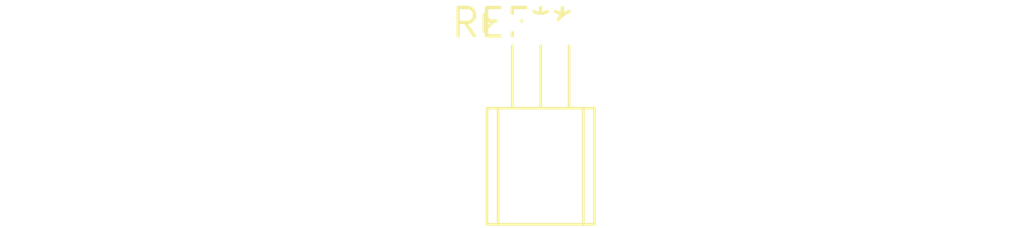
<source format=kicad_pcb>
(kicad_pcb (version 20240108) (generator pcbnew)
  (layers (0 "F.Cu" signal) (31 "B.Cu" signal) (34 "B.Paste" user) (35 "F.Paste" user) (36 "B.SilkS" user "B.Silkscreen") (37 "F.SilkS" user "F.Silkscreen") (38 "B.Mask" user) (39 "F.Mask" user) (44 "Edge.Cuts" user))
  (net 0 "")
  (footprint "TO-92_Inline_W4.0mm_Horizontal_FlatSideDown" (layer "F.Cu") (at 0 0)
    (property "Reference" "REF**")
    (property "Value" "TO-92_Inline_W4.0mm_Horizontal_FlatSideDown")
    (fp_line (start -1.27 -0.381) (end -1.27 0.381) (layer "F.SilkS") (stroke (width 0.12)))
    (fp_line (start -1.27 0.381) (end -0.889 0) (layer "F.SilkS") (stroke (width 0.12)))
    (fp_line (start -1.13 3.81) (end 3.67 3.81) (layer "F.SilkS") (stroke (width 0.12)))
    (fp_line (start -1.13 9) (end -1.13 3.81) (layer "F.SilkS") (stroke (width 0.12)))
    (fp_line (start -0.889 0) (end -1.27 -0.381) (layer "F.SilkS") (stroke (width 0.12)))
    (fp_line (start -0.635 3.81) (end -0.635 9.017) (layer "F.SilkS") (stroke (width 0.12)))
    (fp_line (start 0 1.02) (end 0 3.81) (layer "F.SilkS") (stroke (width 0.12)))
    (fp_line (start 1.27 1.02) (end 1.27 3.81) (layer "F.SilkS") (stroke (width 0.12)))
    (fp_line (start 2.54 1.02) (end 2.54 3.81) (layer "F.SilkS") (stroke (width 0.12)))
    (fp_line (start 3.175 3.81) (end 3.175 9.017) (layer "F.SilkS") (stroke (width 0.12)))
    (fp_line (start 3.67 3.81) (end 3.67 9) (layer "F.SilkS") (stroke (width 0.12)))
    (fp_line (start 3.67 9) (end -1.13 9) (layer "F.SilkS") (stroke (width 0.12)))
    (pad "1" thru_hole rect (at 0 0) (size 1.05 1.5) (drill 0.75) (layers *.Cu *.Mask) (remove_unused_layers))
    (pad "2" thru_hole oval (at 1.27 0) (size 1.05 1.5) (drill 0.75) (layers *.Cu *.Mask) (remove_unused_layers))
    (pad "3" thru_hole oval (at 2.54 0) (size 1.05 1.5) (drill 0.75) (layers *.Cu *.Mask) (remove_unused_layers))
  )
)
</source>
